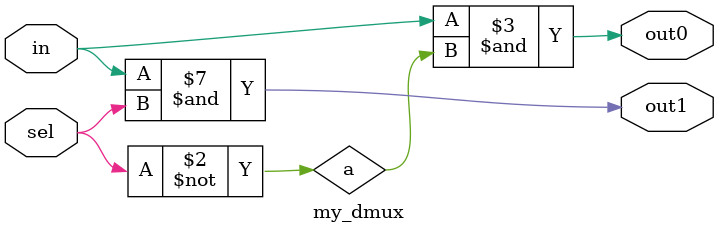
<source format=sv>
module my_dmux (input in, sel,
                output out0, out1);

   bit                 a, b, c;

   nand (a, sel, sel),
     (b, in, a),
     (out0, b, b),

     (c, in, sel),
     (out1, c, c);
endmodule

</source>
